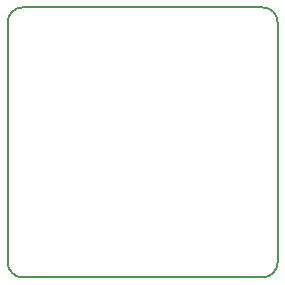
<source format=gko>
G04 DipTrace 3.0.0.2*
G04 MSP430FR2311_breakout.gko*
%MOIN*%
G04 #@! TF.FileFunction,Profile*
G04 #@! TF.Part,Single*
%ADD11C,0.005512*%
%FSLAX26Y26*%
G04*
G70*
G90*
G75*
G01*
G04 BoardOutline*
%LPD*%
X444000Y394000D2*
D11*
X1244000D1*
G03X1294000Y444000I1J49999D01*
G01*
Y1244000D1*
G03X1244000Y1294000I-49999J1D01*
G01*
X444000D1*
G03X394000Y1244000I-1J-49999D01*
G01*
Y444000D1*
G03X444000Y394000I49999J-1D01*
G01*
M02*

</source>
